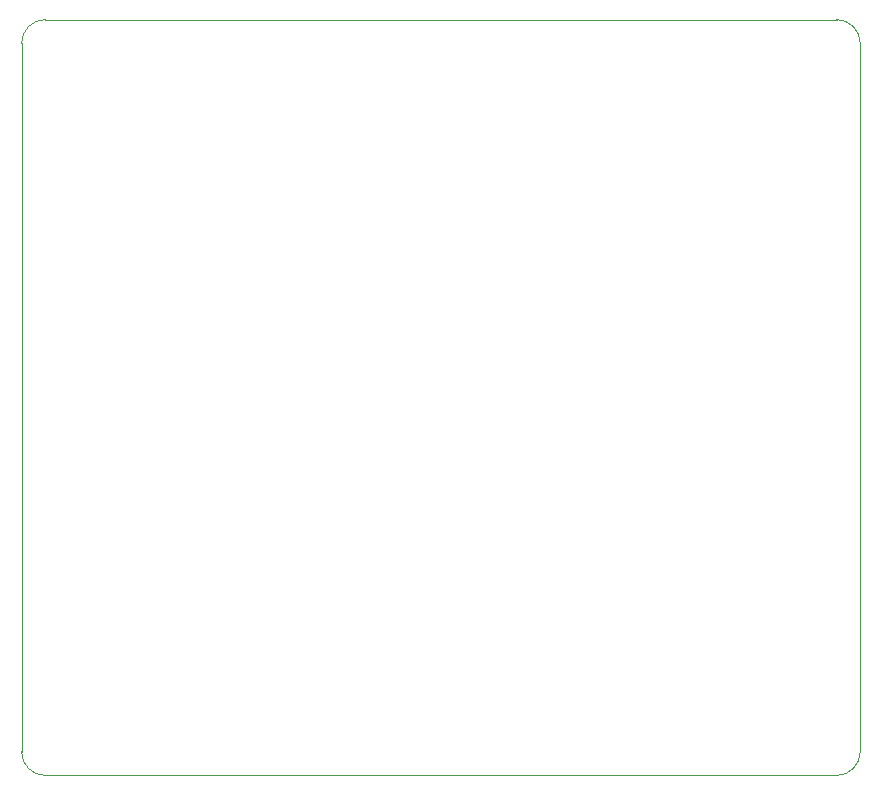
<source format=gbr>
%TF.GenerationSoftware,KiCad,Pcbnew,9.0.0*%
%TF.CreationDate,2025-04-30T00:07:22-04:00*%
%TF.ProjectId,W4MLB_Band_Display,57344d4c-425f-4426-916e-645f44697370,1.0*%
%TF.SameCoordinates,Original*%
%TF.FileFunction,Profile,NP*%
%FSLAX46Y46*%
G04 Gerber Fmt 4.6, Leading zero omitted, Abs format (unit mm)*
G04 Created by KiCad (PCBNEW 9.0.0) date 2025-04-30 00:07:22*
%MOMM*%
%LPD*%
G01*
G04 APERTURE LIST*
%TA.AperFunction,Profile*%
%ADD10C,0.100000*%
%TD*%
G04 APERTURE END LIST*
D10*
X188000000Y-63500000D02*
G75*
G02*
X190000000Y-65500000I0J-2000000D01*
G01*
X190000000Y-125500000D02*
G75*
G02*
X188000000Y-127500000I-2000000J0D01*
G01*
X121000000Y-127500000D02*
G75*
G02*
X119000000Y-125500000I0J2000000D01*
G01*
X119000000Y-65500000D02*
G75*
G02*
X121000000Y-63500000I2000000J0D01*
G01*
X188000000Y-127500000D02*
X121000000Y-127500000D01*
X119000000Y-125500000D02*
X119000000Y-65500000D01*
X121000000Y-63500000D02*
X188000000Y-63500000D01*
X190000000Y-125500000D02*
X190000000Y-65500000D01*
M02*

</source>
